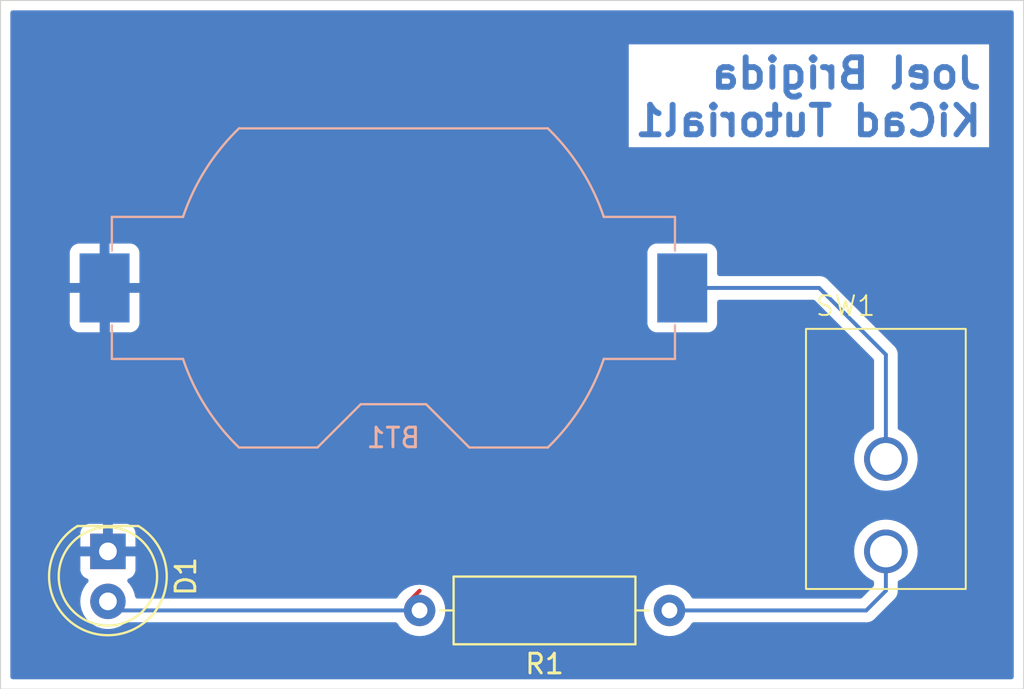
<source format=kicad_pcb>
(kicad_pcb (version 20221018) (generator pcbnew)
  (title_block (title "KiCad PCB Tutorial") (date "2024-04-28") (rev "0"))
  (layers (0 "F.Cu" signal) (31 "B.Cu" signal) (34 "B.Paste" user) (35 "F.Paste" user) (36 "B.SilkS" user "B.Silkscreen") (37 "F.SilkS" user "F.Silkscreen") (38 "B.Mask" user) (39 "F.Mask" user) (44 "Edge.Cuts" user))
  (net 0 "")
  (net 1 "VCC")
  (net 2 "GNDREF")
  (net 3 "/led")
  (net 4 "Net-(BT1-+)")
  (footprint "LED_THT:LED_D5.0mm" (layer "F.Cu") (at 116.46 113 -90)
    (fp_text reference "D1" (at 1.27 -3.96 90) (layer "F.SilkS"))
    (fp_text value "RED")
    (fp_line (start -1.29 -1.545) (end -1.29 1.545) (stroke (width 0.12)) (layer "F.SilkS"))
    (fp_arc (start -1.29 -1.54483) (mid 2.072002 -2.880433) (end 4.26 0.000462) (stroke (width 0.12)) (layer "F.SilkS"))
    (fp_arc (start 4.26 -0.000462) (mid 2.072002 2.880433) (end -1.29 1.54483) (stroke (width 0.12)) (layer "F.SilkS"))
    (fp_circle (center 1.27 0) (end 3.77 0) (stroke (width 0.12)) (fill none) (layer "F.SilkS"))
    (pad "1" thru_hole rect (at 0 0 270) (size 1.8 1.8) (drill 0.9) (layers "*.Cu" "*.Mask") (net 2 "GNDREF"))
    (pad "2" thru_hole circle (at 2.54 0 270) (size 1.8 1.8) (drill 0.9) (layers "*.Cu" "*.Mask") (net 3 "/led"))
  )
  (footprint "Resistor_THT:R_Axial_DIN0309_L9.0mm_D3.2mm_P12.70mm_Horizontal" (layer "F.Cu") (at 145 116 180)
    (fp_text reference "R1" (at 6.35 -2.72) (layer "F.SilkS"))
    (fp_text value "1k")
    (fp_line (start 1.04 0) (end 1.73 0) (stroke (width 0.12)) (layer "F.SilkS"))
    (fp_line (start 1.73 -1.72) (end 1.73 1.72) (stroke (width 0.12)) (layer "F.SilkS"))
    (fp_line (start 1.73 1.72) (end 10.97 1.72) (stroke (width 0.12)) (layer "F.SilkS"))
    (fp_line (start 10.97 -1.72) (end 1.73 -1.72) (stroke (width 0.12)) (layer "F.SilkS"))
    (fp_line (start 10.97 1.72) (end 10.97 -1.72) (stroke (width 0.12)) (layer "F.SilkS"))
    (fp_line (start 11.66 0) (end 10.97 0) (stroke (width 0.12)) (layer "F.SilkS"))
    (pad "1" thru_hole circle (at 0 0 180) (size 1.6 1.6) (drill 0.8) (layers "*.Cu" "*.Mask") (net 1 "VCC"))
    (pad "2" thru_hole oval (at 12.7 0 180) (size 1.6 1.6) (drill 0.8) (layers "*.Cu" "*.Mask") (net 3 "/led"))
  )
  (footprint "SPST_NKK:Switch_Toggle_SPST_NKK_M2011S3A1x03" (layer "F.Cu") (at 156 103.6)
    (fp_text reference "SW1" (at -2.05 -3.075 unlocked) (layer "F.SilkS") (effects (font (thickness 0.1))))
    (fp_text value "M2011S3A1W03")
    (fp_rect (start -4.06 -1.91) (end 4.06 11.31) (stroke (width 0.1)) (fill none) (layer "F.SilkS"))
    (pad "2" thru_hole circle (at 0 4.7) (size 2.22 2.22) (drill 1.62) (layers "*.Cu" "*.Mask") (net 4 "Net-(BT1-+)"))
    (pad "3" thru_hole circle (at 0 9.4) (size 2.22 2.22) (drill 1.62) (layers "*.Cu" "*.Mask") (net 1 "VCC"))
  )
  (footprint "Battery:BatteryHolder_Keystone_1058_1x2032" (layer "B.Cu") (at 130.97 99.60897 180)
    (fp_text reference "BT1" (at 0 -7.62) (layer "B.SilkS") (effects (justify mirror)))
    (fp_text value "3V")
    (fp_line (start -14.31 -1.9) (end -14.31 -3.61) (stroke (width 0.12)) (layer "B.SilkS"))
    (fp_line (start -14.31 1.9) (end -14.31 3.61) (stroke (width 0.12)) (layer "B.SilkS"))
    (fp_line (start -14.31 3.61) (end -10.692 3.61) (stroke (width 0.12)) (layer "B.SilkS"))
    (fp_line (start -10.692 -3.61) (end -14.31 -3.61) (stroke (width 0.12)) (layer "B.SilkS"))
    (fp_line (start -7.8473 8.11) (end 7.8473 8.11) (stroke (width 0.12)) (layer "B.SilkS"))
    (fp_line (start -3.86 -8.11) (end -7.8473 -8.11) (stroke (width 0.12)) (layer "B.SilkS"))
    (fp_line (start -1.66 -5.91) (end -3.86 -8.11) (stroke (width 0.12)) (layer "B.SilkS"))
    (fp_line (start 1.66 -5.91) (end -1.66 -5.91) (stroke (width 0.12)) (layer "B.SilkS"))
    (fp_line (start 1.66 -5.91) (end 3.86 -8.11) (stroke (width 0.12)) (layer "B.SilkS"))
    (fp_line (start 7.8473 -8.11) (end 3.86 -8.11) (stroke (width 0.12)) (layer "B.SilkS"))
    (fp_line (start 10.692 3.61) (end 14.31 3.61) (stroke (width 0.12)) (layer "B.SilkS"))
    (fp_line (start 14.31 -3.61) (end 10.692 -3.61) (stroke (width 0.12)) (layer "B.SilkS"))
    (fp_line (start 14.31 -1.9) (end 14.31 -3.61) (stroke (width 0.12)) (layer "B.SilkS"))
    (fp_line (start 14.31 1.9) (end 14.31 3.61) (stroke (width 0.12)) (layer "B.SilkS"))
    (fp_arc (start -10.692 -3.61) (mid -9.538085 -6.031245) (end -7.845371 -8.111789) (stroke (width 0.12)) (layer "B.SilkS"))
    (fp_arc (start -7.845371 8.111789) (mid -9.538084 6.031244) (end -10.692 3.61) (stroke (width 0.12)) (layer "B.SilkS"))
    (fp_arc (start 7.845371 -8.111789) (mid 9.538084 -6.031244) (end 10.692 -3.61) (stroke (width 0.12)) (layer "B.SilkS"))
    (fp_arc (start 10.692 3.61) (mid 9.538084 6.031244) (end 7.845371 8.111789) (stroke (width 0.12)) (layer "B.SilkS"))
    (pad "1" smd rect (at -14.68 0 180) (size 2.54 3.51) (layers "B.Cu" "B.Paste" "B.Mask") (net 4 "Net-(BT1-+)"))
    (pad "2" smd rect (at 14.68 0 180) (size 2.54 3.51) (layers "B.Cu" "B.Paste" "B.Mask") (net 2 "GNDREF"))
  )
  (gr_rect (start 111 85) (end 163 120) (stroke (width 0.05)) (fill none) (layer "Edge.Cuts"))
  (gr_text "Joel Brigida\nKiCad Tutorial1" (at 161 92) (layer "B.Cu") (effects (font (size 1.5 1.5) (thickness 0.3) bold) (justify left bottom mirror)))
  (segment (start 156 115) (end 155 116) (width 0.2) (layer "B.Cu") (net 1))
  (segment (start 156 113) (end 156 115) (width 0.2) (layer "B.Cu") (net 1))
  (segment (start 155 116) (end 145 116) (width 0.2) (layer "B.Cu") (net 1))
  (segment (start 116.46 99.77897) (end 116.29 99.60897) (width 0.2) (layer "B.Cu") (net 2))
  (segment (start 116.46 113) (end 116.46 99.77897) (width 0.2) (layer "B.Cu") (net 2))
  (segment (start 116.29 112.83) (end 116.46 113) (width 0.2) (layer "B.Cu") (net 2))
  (segment (start 131.76 115.54) (end 132.3 115) (width 0.2) (layer "F.Cu") (net 3))
  (segment (start 132.3 116) (end 116.92 116) (width 0.2) (layer "B.Cu") (net 3))
  (segment (start 116.92 116) (end 116.46 115.54) (width 0.2) (layer "B.Cu") (net 3))
  (segment (start 156 103) (end 156 108.3) (width 0.2) (layer "B.Cu") (net 4))
  (segment (start 152.60897 99.60897) (end 156 103) (width 0.2) (layer "B.Cu") (net 4))
  (segment (start 145.65 99.60897) (end 152.60897 99.60897) (width 0.2) (layer "B.Cu") (net 4))
  (zone (net 2) (net_name "GNDREF") (layer "B.Cu") (connect_pads (clearance 0.5)) (min_thickness 0.25) (fill yes (thermal_gap 0.5) (thermal_bridge_width 0.5))
    (polygon (pts (xy 111 85) (xy 163 85) (xy 163 120) (xy 111 120) (xy 111 101)))
  )
)
</source>
